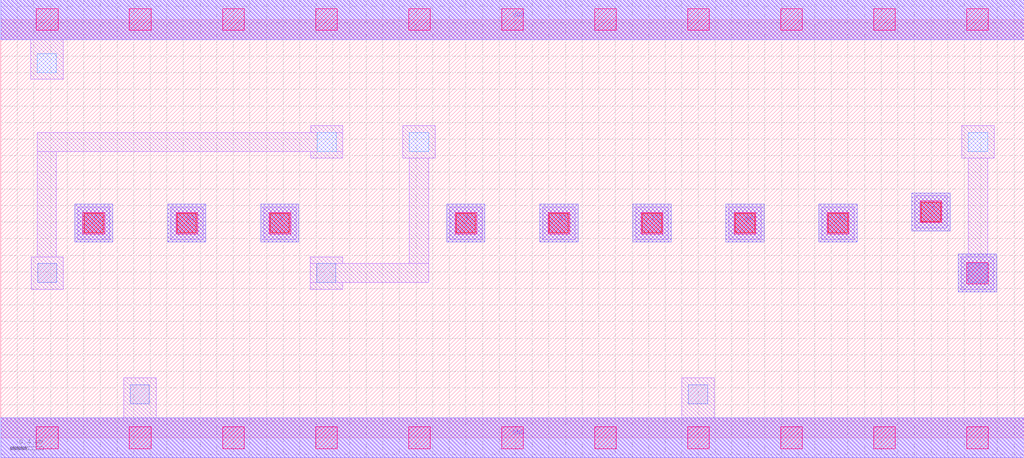
<source format=lef>
MACRO AAAOI3321
 CLASS CORE ;
 FOREIGN AAAOI3321 0 0 ;
 SIZE 12.32 BY 5.04 ;
 ORIGIN 0 0 ;
 SYMMETRY X Y R90 ;
 SITE unit ;
  PIN VDD
   DIRECTION INOUT ;
   USE POWER ;
   SHAPE ABUTMENT ;
    PORT
     CLASS CORE ;
       LAYER met1 ;
        RECT 0.00000000 4.80000000 12.32000000 5.28000000 ;
       LAYER met2 ;
        RECT 0.00000000 4.80000000 12.32000000 5.28000000 ;
    END
  END VDD

  PIN GND
   DIRECTION INOUT ;
   USE POWER ;
   SHAPE ABUTMENT ;
    PORT
     CLASS CORE ;
       LAYER met1 ;
        RECT 0.00000000 -0.24000000 12.32000000 0.24000000 ;
       LAYER met2 ;
        RECT 0.00000000 -0.24000000 12.32000000 0.24000000 ;
    END
  END GND

  PIN Y
   DIRECTION INOUT ;
   USE SIGNAL ;
   SHAPE ABUTMENT ;
    PORT
     CLASS CORE ;
       LAYER met2 ;
        RECT 11.53000000 1.75500000 11.99000000 2.21500000 ;
    END
  END Y

  PIN A1
   DIRECTION INOUT ;
   USE SIGNAL ;
   SHAPE ABUTMENT ;
    PORT
     CLASS CORE ;
       LAYER met2 ;
        RECT 9.85000000 2.35700000 10.31000000 2.81700000 ;
    END
  END A1

  PIN A2
   DIRECTION INOUT ;
   USE SIGNAL ;
   SHAPE ABUTMENT ;
    PORT
     CLASS CORE ;
       LAYER met2 ;
        RECT 8.73000000 2.35700000 9.19000000 2.81700000 ;
    END
  END A2

  PIN B
   DIRECTION INOUT ;
   USE SIGNAL ;
   SHAPE ABUTMENT ;
    PORT
     CLASS CORE ;
       LAYER met2 ;
        RECT 5.37000000 2.35700000 5.83000000 2.81700000 ;
    END
  END B

  PIN D
   DIRECTION INOUT ;
   USE SIGNAL ;
   SHAPE ABUTMENT ;
    PORT
     CLASS CORE ;
       LAYER met2 ;
        RECT 0.89000000 2.35700000 1.35000000 2.81700000 ;
    END
  END D

  PIN C
   DIRECTION INOUT ;
   USE SIGNAL ;
   SHAPE ABUTMENT ;
    PORT
     CLASS CORE ;
       LAYER met2 ;
        RECT 3.13000000 2.35700000 3.59000000 2.81700000 ;
    END
  END C

  PIN B1
   DIRECTION INOUT ;
   USE SIGNAL ;
   SHAPE ABUTMENT ;
    PORT
     CLASS CORE ;
       LAYER met2 ;
        RECT 6.49000000 2.35700000 6.95000000 2.81700000 ;
    END
  END B1

  PIN B2
   DIRECTION INOUT ;
   USE SIGNAL ;
   SHAPE ABUTMENT ;
    PORT
     CLASS CORE ;
       LAYER met2 ;
        RECT 7.61000000 2.35700000 8.07000000 2.81700000 ;
    END
  END B2

  PIN A
   DIRECTION INOUT ;
   USE SIGNAL ;
   SHAPE ABUTMENT ;
    PORT
     CLASS CORE ;
       LAYER met2 ;
        RECT 10.97000000 2.49200000 11.43000000 2.95200000 ;
    END
  END A

  PIN C1
   DIRECTION INOUT ;
   USE SIGNAL ;
   SHAPE ABUTMENT ;
    PORT
     CLASS CORE ;
       LAYER met2 ;
        RECT 2.01000000 2.35700000 2.47000000 2.81700000 ;
    END
  END C1

 OBS
    LAYER polycont ;
     RECT 1.00500000 2.47200000 1.23500000 2.70200000 ;
     RECT 2.12500000 2.47200000 2.35500000 2.70200000 ;
     RECT 3.24500000 2.47200000 3.47500000 2.70200000 ;
     RECT 5.48500000 2.47200000 5.71500000 2.70200000 ;
     RECT 6.60500000 2.47200000 6.83500000 2.70200000 ;
     RECT 7.72500000 2.47200000 7.95500000 2.70200000 ;
     RECT 8.84500000 2.47200000 9.07500000 2.70200000 ;
     RECT 9.96500000 2.47200000 10.19500000 2.70200000 ;
     RECT 11.08500000 2.60700000 11.31500000 2.83700000 ;

    LAYER pdiffc ;
     RECT 3.81000000 3.45000000 4.04000000 3.68000000 ;
     RECT 4.92000000 3.45000000 5.15000000 3.68000000 ;
     RECT 11.65000000 3.45000000 11.88000000 3.68000000 ;
     RECT 0.44000000 4.40000000 0.67000000 4.63000000 ;

    LAYER ndiffc ;
     RECT 1.56000000 0.41000000 1.79000000 0.64000000 ;
     RECT 8.28000000 0.41000000 8.51000000 0.64000000 ;
     RECT 0.44500000 1.87000000 0.67500000 2.10000000 ;
     RECT 3.80500000 1.87000000 4.03500000 2.10000000 ;
     RECT 11.64500000 1.87000000 11.87500000 2.10000000 ;

    LAYER met1 ;
     RECT 0.00000000 -0.24000000 12.32000000 0.24000000 ;
     RECT 1.48000000 0.24000000 1.87000000 0.72000000 ;
     RECT 8.20000000 0.24000000 8.59000000 0.72000000 ;
     RECT 0.92500000 2.39200000 1.31500000 2.78200000 ;
     RECT 2.04500000 2.39200000 2.43500000 2.78200000 ;
     RECT 3.16500000 2.39200000 3.55500000 2.78200000 ;
     RECT 5.40500000 2.39200000 5.79500000 2.78200000 ;
     RECT 6.52500000 2.39200000 6.91500000 2.78200000 ;
     RECT 7.64500000 2.39200000 8.03500000 2.78200000 ;
     RECT 8.76500000 2.39200000 9.15500000 2.78200000 ;
     RECT 9.88500000 2.39200000 10.27500000 2.78200000 ;
     RECT 11.00500000 2.52700000 11.39500000 2.91700000 ;
     RECT 0.36500000 1.79000000 0.75500000 2.18000000 ;
     RECT 0.44000000 2.18000000 0.67000000 3.45000000 ;
     RECT 3.73000000 3.37000000 4.12000000 3.45000000 ;
     RECT 0.44000000 3.45000000 4.12000000 3.68000000 ;
     RECT 3.73000000 3.68000000 4.12000000 3.76000000 ;
     RECT 3.72500000 1.79000000 4.11500000 1.87000000 ;
     RECT 3.72500000 1.87000000 5.15000000 2.10000000 ;
     RECT 3.72500000 2.10000000 4.11500000 2.18000000 ;
     RECT 4.92000000 2.10000000 5.15000000 3.37000000 ;
     RECT 4.84000000 3.37000000 5.23000000 3.76000000 ;
     RECT 11.56500000 1.79000000 11.95500000 2.18000000 ;
     RECT 11.65000000 2.18000000 11.88000000 3.37000000 ;
     RECT 11.57000000 3.37000000 11.96000000 3.76000000 ;
     RECT 0.36000000 4.32000000 0.75000000 4.80000000 ;
     RECT 0.00000000 4.80000000 12.32000000 5.28000000 ;

    LAYER via1 ;
     RECT 0.43000000 -0.13000000 0.69000000 0.13000000 ;
     RECT 1.55000000 -0.13000000 1.81000000 0.13000000 ;
     RECT 2.67000000 -0.13000000 2.93000000 0.13000000 ;
     RECT 3.79000000 -0.13000000 4.05000000 0.13000000 ;
     RECT 4.91000000 -0.13000000 5.17000000 0.13000000 ;
     RECT 6.03000000 -0.13000000 6.29000000 0.13000000 ;
     RECT 7.15000000 -0.13000000 7.41000000 0.13000000 ;
     RECT 8.27000000 -0.13000000 8.53000000 0.13000000 ;
     RECT 9.39000000 -0.13000000 9.65000000 0.13000000 ;
     RECT 10.51000000 -0.13000000 10.77000000 0.13000000 ;
     RECT 11.63000000 -0.13000000 11.89000000 0.13000000 ;
     RECT 11.63000000 1.85500000 11.89000000 2.11500000 ;
     RECT 0.99000000 2.45700000 1.25000000 2.71700000 ;
     RECT 2.11000000 2.45700000 2.37000000 2.71700000 ;
     RECT 3.23000000 2.45700000 3.49000000 2.71700000 ;
     RECT 5.47000000 2.45700000 5.73000000 2.71700000 ;
     RECT 6.59000000 2.45700000 6.85000000 2.71700000 ;
     RECT 7.71000000 2.45700000 7.97000000 2.71700000 ;
     RECT 8.83000000 2.45700000 9.09000000 2.71700000 ;
     RECT 9.95000000 2.45700000 10.21000000 2.71700000 ;
     RECT 11.07000000 2.59200000 11.33000000 2.85200000 ;
     RECT 0.43000000 4.91000000 0.69000000 5.17000000 ;
     RECT 1.55000000 4.91000000 1.81000000 5.17000000 ;
     RECT 2.67000000 4.91000000 2.93000000 5.17000000 ;
     RECT 3.79000000 4.91000000 4.05000000 5.17000000 ;
     RECT 4.91000000 4.91000000 5.17000000 5.17000000 ;
     RECT 6.03000000 4.91000000 6.29000000 5.17000000 ;
     RECT 7.15000000 4.91000000 7.41000000 5.17000000 ;
     RECT 8.27000000 4.91000000 8.53000000 5.17000000 ;
     RECT 9.39000000 4.91000000 9.65000000 5.17000000 ;
     RECT 10.51000000 4.91000000 10.77000000 5.17000000 ;
     RECT 11.63000000 4.91000000 11.89000000 5.17000000 ;

    LAYER met2 ;
     RECT 0.00000000 -0.24000000 12.32000000 0.24000000 ;
     RECT 11.53000000 1.75500000 11.99000000 2.21500000 ;
     RECT 0.89000000 2.35700000 1.35000000 2.81700000 ;
     RECT 2.01000000 2.35700000 2.47000000 2.81700000 ;
     RECT 3.13000000 2.35700000 3.59000000 2.81700000 ;
     RECT 5.37000000 2.35700000 5.83000000 2.81700000 ;
     RECT 6.49000000 2.35700000 6.95000000 2.81700000 ;
     RECT 7.61000000 2.35700000 8.07000000 2.81700000 ;
     RECT 8.73000000 2.35700000 9.19000000 2.81700000 ;
     RECT 9.85000000 2.35700000 10.31000000 2.81700000 ;
     RECT 10.97000000 2.49200000 11.43000000 2.95200000 ;
     RECT 0.00000000 4.80000000 12.32000000 5.28000000 ;

 END
END AAAOI3321

</source>
